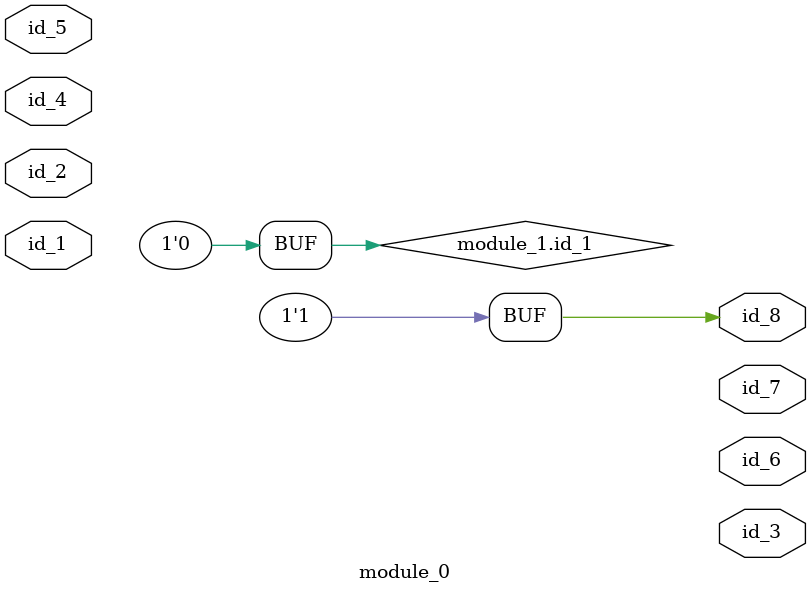
<source format=v>
module module_0 (
    id_1,
    id_2,
    id_3,
    id_4,
    id_5,
    id_6,
    id_7,
    id_8
);
  output tri id_8;
  output wire id_7;
  output wire id_6;
  inout wire id_5;
  assign module_1.id_1 = 0;
  inout wire id_4;
  output wire id_3;
  inout wire id_2;
  inout wire id_1;
  wire id_9;
  ;
  assign id_8 = 1 && 1;
endmodule
module module_1 #(
    parameter id_0 = 32'd59
) (
    input  wire _id_0,
    output wor  id_1
);
  wire id_3;
  module_0 modCall_1 (
      id_3,
      id_3,
      id_3,
      id_3,
      id_3,
      id_3,
      id_3,
      id_3
  );
  wire [id_0 : -1] id_4;
  wire [~  id_0 : -1] id_5;
endmodule

</source>
